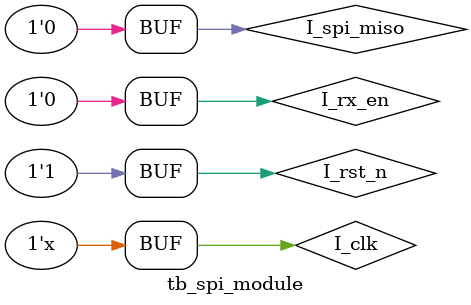
<source format=sv>
`timescale 1ns / 1ps

module tb_spi_module;

    // Inputs
    reg I_clk;
    reg I_rst_n;
    reg I_rx_en;
    reg I_tx_en;
    reg [7:0] I_data_in;
    reg I_spi_miso;

    // Outputs
    wire [7:0] O_data_out;
    wire O_tx_done;
    wire O_rx_done;
    wire O_spi_sck;
    wire O_spi_cs;
    wire O_spi_mosi;

    // Instantiate the Unit Under Test (UUT)
    spi_module uut (
        .I_clk   (I_clk         ), 
        .I_rst_n (I_rst_n), 
        .I_rx_en (I_rx_en), 
        .I_tx_en   (I_tx_en), 
        .I_data_in   (I_data_in ), 
        .O_data_out  (O_data_out), 
        .O_tx_done (O_tx_done ), 
        .O_rx_done (O_rx_done ), 
        .I_spi_miso (I_spi_miso ), 
        .O_spi_sck (O_spi_sck ), 
        .O_spi_cs (O_spi_cs), 
        .O_spi_mosi(O_spi_mosi)
    );

    initial begin
        // Initialize Inputs
        I_clk = 0;
        I_rst_n = 0;
        I_rx_en = 0;
        I_tx_en = 1;
        I_data_in = 8'h00;
        I_spi_miso = 0;

        // Wait 100 ns for global reset to finish
        #100;
        I_rst_n = 1;  

    end
    
    always #10 I_clk = ~I_clk ;
    
    always @(posedge I_clk or negedge I_rst_n)
    begin
         if(!I_rst_n)
            I_data_in <= 8'h00;
         else if(I_data_in == 8'hff)
            begin
                I_data_in <= 8'hff;
                I_tx_en <= 0;
            end
         else if(O_tx_done)
            I_data_in <= I_data_in + 1'b1 ;            
    end
      
endmodule
</source>
